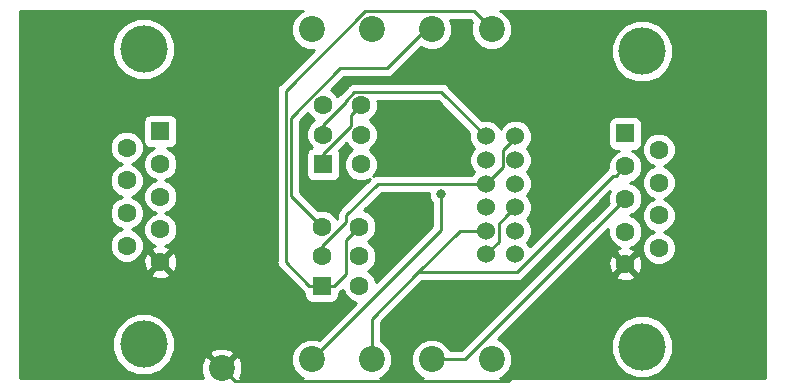
<source format=gbr>
G04 #@! TF.GenerationSoftware,KiCad,Pcbnew,(5.0.1)-rc2*
G04 #@! TF.CreationDate,2019-06-29T00:56:30-07:00*
G04 #@! TF.ProjectId,DB9_Switcher,4442395F53776974636865722E6B6963,rev?*
G04 #@! TF.SameCoordinates,Original*
G04 #@! TF.FileFunction,Copper,L2,Bot,Signal*
G04 #@! TF.FilePolarity,Positive*
%FSLAX46Y46*%
G04 Gerber Fmt 4.6, Leading zero omitted, Abs format (unit mm)*
G04 Created by KiCad (PCBNEW (5.0.1)-rc2) date 6/29/2019 12:56:30 AM*
%MOMM*%
%LPD*%
G01*
G04 APERTURE LIST*
G04 #@! TA.AperFunction,ComponentPad*
%ADD10R,1.600000X1.600000*%
G04 #@! TD*
G04 #@! TA.AperFunction,ComponentPad*
%ADD11C,1.600000*%
G04 #@! TD*
G04 #@! TA.AperFunction,ComponentPad*
%ADD12C,4.000000*%
G04 #@! TD*
G04 #@! TA.AperFunction,ComponentPad*
%ADD13C,1.524000*%
G04 #@! TD*
G04 #@! TA.AperFunction,ComponentPad*
%ADD14C,2.200000*%
G04 #@! TD*
G04 #@! TA.AperFunction,ViaPad*
%ADD15C,0.800000*%
G04 #@! TD*
G04 #@! TA.AperFunction,Conductor*
%ADD16C,0.250000*%
G04 #@! TD*
G04 #@! TA.AperFunction,Conductor*
%ADD17C,0.254000*%
G04 #@! TD*
G04 APERTURE END LIST*
D10*
G04 #@! TO.P,J2,1*
G04 #@! TO.N,Net-(J2-Pad1)*
X165481000Y-75882500D03*
D11*
G04 #@! TO.P,J2,2*
G04 #@! TO.N,Net-(J2-Pad2)*
X165481000Y-78652500D03*
G04 #@! TO.P,J2,3*
G04 #@! TO.N,Net-(J2-Pad3)*
X165481000Y-81422500D03*
G04 #@! TO.P,J2,4*
G04 #@! TO.N,Net-(J2-Pad4)*
X165481000Y-84192500D03*
G04 #@! TO.P,J2,5*
G04 #@! TO.N,GND*
X165481000Y-86962500D03*
G04 #@! TO.P,J2,6*
G04 #@! TO.N,Net-(J2-Pad6)*
X168321000Y-77267500D03*
G04 #@! TO.P,J2,7*
G04 #@! TO.N,Net-(J2-Pad7)*
X168321000Y-80037500D03*
G04 #@! TO.P,J2,8*
G04 #@! TO.N,Net-(J2-Pad8)*
X168321000Y-82807500D03*
G04 #@! TO.P,J2,9*
G04 #@! TO.N,Net-(J2-Pad9)*
X168321000Y-85577500D03*
D12*
G04 #@! TO.P,J2,0*
G04 #@! TO.N,N/C*
X166901000Y-93922500D03*
X166901000Y-68922500D03*
G04 #@! TD*
D10*
G04 #@! TO.P,J1,1*
G04 #@! TO.N,/1*
X126111000Y-75692000D03*
D11*
G04 #@! TO.P,J1,2*
G04 #@! TO.N,/2*
X126111000Y-78462000D03*
G04 #@! TO.P,J1,3*
G04 #@! TO.N,/3*
X126111000Y-81232000D03*
G04 #@! TO.P,J1,4*
G04 #@! TO.N,/4*
X126111000Y-84002000D03*
G04 #@! TO.P,J1,5*
G04 #@! TO.N,GND*
X126111000Y-86772000D03*
G04 #@! TO.P,J1,6*
G04 #@! TO.N,Net-(J1-Pad6)*
X123271000Y-77077000D03*
G04 #@! TO.P,J1,7*
G04 #@! TO.N,Net-(J1-Pad7)*
X123271000Y-79847000D03*
G04 #@! TO.P,J1,8*
G04 #@! TO.N,Net-(J1-Pad8)*
X123271000Y-82617000D03*
G04 #@! TO.P,J1,9*
G04 #@! TO.N,Net-(J1-Pad9)*
X123271000Y-85387000D03*
D12*
G04 #@! TO.P,J1,0*
G04 #@! TO.N,N/C*
X124691000Y-68732000D03*
X124691000Y-93732000D03*
G04 #@! TD*
D10*
G04 #@! TO.P,SW1,1*
G04 #@! TO.N,/2*
X139890500Y-78486000D03*
D11*
G04 #@! TO.P,SW1,2*
G04 #@! TO.N,/A_int*
X139890500Y-75986000D03*
G04 #@! TO.P,SW1,3*
G04 #@! TO.N,/1*
X139890500Y-73486000D03*
G04 #@! TO.P,SW1,4*
X143090500Y-78486000D03*
G04 #@! TO.P,SW1,5*
G04 #@! TO.N,/B_int*
X143090500Y-75986000D03*
G04 #@! TO.P,SW1,6*
G04 #@! TO.N,/2*
X143090500Y-73486000D03*
G04 #@! TD*
G04 #@! TO.P,SW2,6*
G04 #@! TO.N,/4*
X142963500Y-83773000D03*
G04 #@! TO.P,SW2,5*
G04 #@! TO.N,/D_int*
X142963500Y-86273000D03*
G04 #@! TO.P,SW2,4*
G04 #@! TO.N,/3*
X142963500Y-88773000D03*
G04 #@! TO.P,SW2,3*
X139763500Y-83773000D03*
G04 #@! TO.P,SW2,2*
G04 #@! TO.N,/C_int*
X139763500Y-86273000D03*
D10*
G04 #@! TO.P,SW2,1*
G04 #@! TO.N,/4*
X139763500Y-88773000D03*
G04 #@! TD*
D13*
G04 #@! TO.P,U1,1*
G04 #@! TO.N,/A_int*
X153670000Y-76128500D03*
G04 #@! TO.P,U1,2*
G04 #@! TO.N,Net-(J2-Pad1)*
X153670000Y-78128500D03*
G04 #@! TO.P,U1,3*
G04 #@! TO.N,/C_int*
X153670000Y-80128500D03*
G04 #@! TO.P,U1,4*
G04 #@! TO.N,/B_int*
X153670000Y-82128500D03*
G04 #@! TO.P,U1,5*
G04 #@! TO.N,Net-(J2-Pad2)*
X153670000Y-84128500D03*
G04 #@! TO.P,U1,6*
G04 #@! TO.N,/D_int*
X153670000Y-86128500D03*
G04 #@! TO.P,U1,7*
G04 #@! TO.N,/C_int*
X156170000Y-76128500D03*
G04 #@! TO.P,U1,8*
G04 #@! TO.N,Net-(J2-Pad3)*
X156170000Y-78128500D03*
G04 #@! TO.P,U1,9*
G04 #@! TO.N,/A_int*
X156170000Y-80128500D03*
G04 #@! TO.P,U1,10*
G04 #@! TO.N,/D_int*
X156170000Y-82128500D03*
G04 #@! TO.P,U1,11*
G04 #@! TO.N,Net-(J2-Pad4)*
X156170000Y-84128500D03*
G04 #@! TO.P,U1,12*
G04 #@! TO.N,/B_int*
X156170000Y-86128500D03*
G04 #@! TD*
D14*
G04 #@! TO.P,GND,1*
G04 #@! TO.N,GND*
X131318000Y-95758000D03*
G04 #@! TD*
G04 #@! TO.P,IN 1,1*
G04 #@! TO.N,/1*
X138938000Y-67056000D03*
G04 #@! TD*
G04 #@! TO.P,IN 2,1*
G04 #@! TO.N,/2*
X144018000Y-67056000D03*
G04 #@! TD*
G04 #@! TO.P,IN 3,1*
G04 #@! TO.N,/3*
X149098000Y-67056000D03*
G04 #@! TD*
G04 #@! TO.P,IN 4,1*
G04 #@! TO.N,/4*
X154178000Y-67056000D03*
G04 #@! TD*
G04 #@! TO.P,OUT 1,1*
G04 #@! TO.N,Net-(J2-Pad1)*
X138938000Y-94996000D03*
G04 #@! TD*
G04 #@! TO.P,OUT 2,1*
G04 #@! TO.N,Net-(J2-Pad2)*
X144018000Y-94996000D03*
G04 #@! TD*
G04 #@! TO.P,OUT 3,1*
G04 #@! TO.N,Net-(J2-Pad3)*
X149098000Y-94996000D03*
G04 #@! TD*
G04 #@! TO.P,OUT 4,1*
G04 #@! TO.N,Net-(J2-Pad4)*
X154178000Y-94996000D03*
G04 #@! TD*
D15*
G04 #@! TO.N,GND*
X161290000Y-67310000D03*
X152400000Y-71755000D03*
X132080000Y-71120000D03*
X119380000Y-71120000D03*
X119380000Y-78740000D03*
X119380000Y-86360000D03*
X119380000Y-91440000D03*
X172720000Y-71120000D03*
X172720000Y-86360000D03*
X172720000Y-78740000D03*
X172720000Y-91440000D03*
X147320000Y-76200000D03*
X147320000Y-83820000D03*
X134620000Y-91440000D03*
X149860000Y-91440000D03*
X159385000Y-94615000D03*
X139700000Y-81280000D03*
X130175000Y-76200000D03*
X130175000Y-80010000D03*
X130175000Y-86360000D03*
X159385000Y-76835000D03*
X159385000Y-81915000D03*
X159385000Y-90170000D03*
G04 #@! TO.N,Net-(J2-Pad1)*
X149860000Y-81026000D03*
G04 #@! TD*
D16*
G04 #@! TO.N,/2*
X142290501Y-74285999D02*
X143090500Y-73486000D01*
X142240000Y-74336500D02*
X142290501Y-74285999D01*
X142240000Y-75247500D02*
X142240000Y-74336500D01*
X139890500Y-77597000D02*
X142240000Y-75247500D01*
X139890500Y-78486000D02*
X139890500Y-77597000D01*
G04 #@! TO.N,/3*
X149098000Y-66548000D02*
X145288000Y-70358000D01*
X141353498Y-70358000D02*
X137160000Y-74551498D01*
X145288000Y-70358000D02*
X141353498Y-70358000D01*
X137160000Y-81169500D02*
X139763500Y-83773000D01*
X137160000Y-74551498D02*
X137160000Y-81169500D01*
G04 #@! TO.N,/4*
X140813500Y-88773000D02*
X139763500Y-88773000D01*
X141838499Y-87748001D02*
X140813500Y-88773000D01*
X141838499Y-84898001D02*
X141838499Y-87748001D01*
X142963500Y-83773000D02*
X141838499Y-84898001D01*
X138713500Y-88773000D02*
X139763500Y-88773000D01*
X136709990Y-86769490D02*
X138713500Y-88773000D01*
X136709990Y-72255008D02*
X136709990Y-86769490D01*
X143432998Y-65532000D02*
X136709990Y-72255008D01*
X152654000Y-65532000D02*
X143432998Y-65532000D01*
X154178000Y-67056000D02*
X152654000Y-65532000D01*
G04 #@! TO.N,GND*
X164681001Y-87762499D02*
X165481000Y-86962500D01*
X155585501Y-96857999D02*
X164681001Y-87762499D01*
X132417999Y-96857999D02*
X155585501Y-96857999D01*
X131318000Y-95758000D02*
X132417999Y-96857999D01*
G04 #@! TO.N,Net-(J2-Pad1)*
X149860000Y-84074000D02*
X149860000Y-81026000D01*
X138938000Y-94996000D02*
X149860000Y-84074000D01*
G04 #@! TO.N,Net-(J2-Pad2)*
X144018000Y-94996000D02*
X144018000Y-91567000D01*
X151456500Y-84128500D02*
X153670000Y-84128500D01*
X156277262Y-87630000D02*
X147955000Y-87630000D01*
X164454763Y-79452499D02*
X156277262Y-87630000D01*
X164681001Y-79452499D02*
X164454763Y-79452499D01*
X165481000Y-78652500D02*
X164681001Y-79452499D01*
X144018000Y-91567000D02*
X147955000Y-87630000D01*
X147955000Y-87630000D02*
X151456500Y-84128500D01*
G04 #@! TO.N,Net-(J2-Pad3)*
X151907500Y-94996000D02*
X165481000Y-81422500D01*
X149098000Y-94996000D02*
X151907500Y-94996000D01*
G04 #@! TO.N,Net-(J2-Pad4)*
X165417000Y-84128500D02*
X165481000Y-84192500D01*
G04 #@! TO.N,/A_int*
X139890500Y-75151002D02*
X139890500Y-75986000D01*
X141795500Y-73246002D02*
X139890500Y-75151002D01*
X141795500Y-73115998D02*
X141795500Y-73246002D01*
X142550499Y-72360999D02*
X141795500Y-73115998D01*
X153670000Y-76128500D02*
X149902499Y-72360999D01*
X149902499Y-72360999D02*
X142550499Y-72360999D01*
G04 #@! TO.N,/D_int*
X155408001Y-82890499D02*
X156170000Y-82128500D01*
X154757001Y-83541499D02*
X155408001Y-82890499D01*
X154757001Y-85041499D02*
X154757001Y-83541499D01*
X153670000Y-86128500D02*
X154757001Y-85041499D01*
G04 #@! TO.N,/C_int*
X141838499Y-83363003D02*
X141838499Y-82824501D01*
X139763500Y-86273000D02*
X139763500Y-85438002D01*
X139763500Y-85438002D02*
X141838499Y-83363003D01*
X144534500Y-80128500D02*
X152146000Y-80128500D01*
X141838499Y-82824501D02*
X144534500Y-80128500D01*
X152146000Y-80128500D02*
X153670000Y-80128500D01*
X156170000Y-76240000D02*
X156170000Y-76128500D01*
X155082999Y-77327001D02*
X156170000Y-76240000D01*
X155082999Y-78715501D02*
X155082999Y-77327001D01*
X153670000Y-80128500D02*
X155082999Y-78715501D01*
G04 #@! TD*
D17*
G04 #@! TO.N,GND*
G36*
X177344001Y-96572000D02*
X154906973Y-96572000D01*
X155160799Y-96466862D01*
X155648862Y-95978799D01*
X155913000Y-95341113D01*
X155913000Y-94650887D01*
X155648862Y-94013201D01*
X155160799Y-93525138D01*
X154854745Y-93398366D01*
X164266000Y-93398366D01*
X164266000Y-94446634D01*
X164667155Y-95415108D01*
X165408392Y-96156345D01*
X166376866Y-96557500D01*
X167425134Y-96557500D01*
X168393608Y-96156345D01*
X169134845Y-95415108D01*
X169536000Y-94446634D01*
X169536000Y-93398366D01*
X169134845Y-92429892D01*
X168393608Y-91688655D01*
X167425134Y-91287500D01*
X166376866Y-91287500D01*
X165408392Y-91688655D01*
X164667155Y-92429892D01*
X164266000Y-93398366D01*
X154854745Y-93398366D01*
X154660425Y-93317876D01*
X160008056Y-87970245D01*
X164652861Y-87970245D01*
X164726995Y-88216364D01*
X165264223Y-88409465D01*
X165834454Y-88382278D01*
X166235005Y-88216364D01*
X166309139Y-87970245D01*
X165481000Y-87142105D01*
X164652861Y-87970245D01*
X160008056Y-87970245D01*
X161232578Y-86745723D01*
X164034035Y-86745723D01*
X164061222Y-87315954D01*
X164227136Y-87716505D01*
X164473255Y-87790639D01*
X165301395Y-86962500D01*
X165660605Y-86962500D01*
X166488745Y-87790639D01*
X166734864Y-87716505D01*
X166927965Y-87179277D01*
X166900778Y-86609046D01*
X166734864Y-86208495D01*
X166488745Y-86134361D01*
X165660605Y-86962500D01*
X165301395Y-86962500D01*
X164473255Y-86134361D01*
X164227136Y-86208495D01*
X164034035Y-86745723D01*
X161232578Y-86745723D01*
X164046000Y-83932302D01*
X164046000Y-84477939D01*
X164264466Y-85005362D01*
X164668138Y-85409034D01*
X165059218Y-85571025D01*
X164726995Y-85708636D01*
X164652861Y-85954755D01*
X165481000Y-86782895D01*
X166309139Y-85954755D01*
X166235005Y-85708636D01*
X165879261Y-85580768D01*
X166293862Y-85409034D01*
X166697534Y-85005362D01*
X166916000Y-84477939D01*
X166916000Y-83907061D01*
X166697534Y-83379638D01*
X166293862Y-82975966D01*
X165887150Y-82807500D01*
X166293862Y-82639034D01*
X166697534Y-82235362D01*
X166916000Y-81707939D01*
X166916000Y-81137061D01*
X166697534Y-80609638D01*
X166293862Y-80205966D01*
X165887150Y-80037500D01*
X166293862Y-79869034D01*
X166697534Y-79465362D01*
X166916000Y-78937939D01*
X166916000Y-78367061D01*
X166697534Y-77839638D01*
X166293862Y-77435966D01*
X166037893Y-77329940D01*
X166281000Y-77329940D01*
X166528765Y-77280657D01*
X166738809Y-77140309D01*
X166844547Y-76982061D01*
X166886000Y-76982061D01*
X166886000Y-77552939D01*
X167104466Y-78080362D01*
X167508138Y-78484034D01*
X167914850Y-78652500D01*
X167508138Y-78820966D01*
X167104466Y-79224638D01*
X166886000Y-79752061D01*
X166886000Y-80322939D01*
X167104466Y-80850362D01*
X167508138Y-81254034D01*
X167914850Y-81422500D01*
X167508138Y-81590966D01*
X167104466Y-81994638D01*
X166886000Y-82522061D01*
X166886000Y-83092939D01*
X167104466Y-83620362D01*
X167508138Y-84024034D01*
X167914850Y-84192500D01*
X167508138Y-84360966D01*
X167104466Y-84764638D01*
X166886000Y-85292061D01*
X166886000Y-85862939D01*
X167104466Y-86390362D01*
X167508138Y-86794034D01*
X168035561Y-87012500D01*
X168606439Y-87012500D01*
X169133862Y-86794034D01*
X169537534Y-86390362D01*
X169756000Y-85862939D01*
X169756000Y-85292061D01*
X169537534Y-84764638D01*
X169133862Y-84360966D01*
X168727150Y-84192500D01*
X169133862Y-84024034D01*
X169537534Y-83620362D01*
X169756000Y-83092939D01*
X169756000Y-82522061D01*
X169537534Y-81994638D01*
X169133862Y-81590966D01*
X168727150Y-81422500D01*
X169133862Y-81254034D01*
X169537534Y-80850362D01*
X169756000Y-80322939D01*
X169756000Y-79752061D01*
X169537534Y-79224638D01*
X169133862Y-78820966D01*
X168727150Y-78652500D01*
X169133862Y-78484034D01*
X169537534Y-78080362D01*
X169756000Y-77552939D01*
X169756000Y-76982061D01*
X169537534Y-76454638D01*
X169133862Y-76050966D01*
X168606439Y-75832500D01*
X168035561Y-75832500D01*
X167508138Y-76050966D01*
X167104466Y-76454638D01*
X166886000Y-76982061D01*
X166844547Y-76982061D01*
X166879157Y-76930265D01*
X166928440Y-76682500D01*
X166928440Y-75082500D01*
X166879157Y-74834735D01*
X166738809Y-74624691D01*
X166528765Y-74484343D01*
X166281000Y-74435060D01*
X164681000Y-74435060D01*
X164433235Y-74484343D01*
X164223191Y-74624691D01*
X164082843Y-74834735D01*
X164033560Y-75082500D01*
X164033560Y-76682500D01*
X164082843Y-76930265D01*
X164223191Y-77140309D01*
X164433235Y-77280657D01*
X164681000Y-77329940D01*
X164924107Y-77329940D01*
X164668138Y-77435966D01*
X164264466Y-77839638D01*
X164046000Y-78367061D01*
X164046000Y-78811582D01*
X164031956Y-78820966D01*
X163906834Y-78904570D01*
X163864434Y-78968026D01*
X157395611Y-85436849D01*
X157354320Y-85337163D01*
X157145657Y-85128500D01*
X157354320Y-84919837D01*
X157567000Y-84406381D01*
X157567000Y-83850619D01*
X157354320Y-83337163D01*
X157145657Y-83128500D01*
X157354320Y-82919837D01*
X157567000Y-82406381D01*
X157567000Y-81850619D01*
X157354320Y-81337163D01*
X157145657Y-81128500D01*
X157354320Y-80919837D01*
X157567000Y-80406381D01*
X157567000Y-79850619D01*
X157354320Y-79337163D01*
X157145657Y-79128500D01*
X157354320Y-78919837D01*
X157567000Y-78406381D01*
X157567000Y-77850619D01*
X157354320Y-77337163D01*
X157145657Y-77128500D01*
X157354320Y-76919837D01*
X157567000Y-76406381D01*
X157567000Y-75850619D01*
X157354320Y-75337163D01*
X156961337Y-74944180D01*
X156447881Y-74731500D01*
X155892119Y-74731500D01*
X155378663Y-74944180D01*
X154985680Y-75337163D01*
X154920000Y-75495729D01*
X154854320Y-75337163D01*
X154461337Y-74944180D01*
X153947881Y-74731500D01*
X153392119Y-74731500D01*
X153360782Y-74744480D01*
X150492830Y-71876529D01*
X150450428Y-71813070D01*
X150199036Y-71645095D01*
X149977351Y-71600999D01*
X149977346Y-71600999D01*
X149902499Y-71586111D01*
X149827652Y-71600999D01*
X142625347Y-71600999D01*
X142550499Y-71586111D01*
X142475651Y-71600999D01*
X142475647Y-71600999D01*
X142302104Y-71635519D01*
X142253961Y-71645095D01*
X142066917Y-71770075D01*
X142002570Y-71813070D01*
X141960170Y-71876526D01*
X141311030Y-72525667D01*
X141247571Y-72568069D01*
X141133949Y-72738117D01*
X141107034Y-72673138D01*
X140703362Y-72269466D01*
X140571467Y-72214833D01*
X141668300Y-71118000D01*
X145213153Y-71118000D01*
X145288000Y-71132888D01*
X145362847Y-71118000D01*
X145362852Y-71118000D01*
X145584537Y-71073904D01*
X145835929Y-70905929D01*
X145878331Y-70842470D01*
X148170878Y-68549924D01*
X148752887Y-68791000D01*
X149443113Y-68791000D01*
X150080799Y-68526862D01*
X150568862Y-68038799D01*
X150833000Y-67401113D01*
X150833000Y-66710887D01*
X150659491Y-66292000D01*
X152339199Y-66292000D01*
X152535286Y-66488088D01*
X152443000Y-66710887D01*
X152443000Y-67401113D01*
X152707138Y-68038799D01*
X153195201Y-68526862D01*
X153832887Y-68791000D01*
X154523113Y-68791000D01*
X155160799Y-68526862D01*
X155289295Y-68398366D01*
X164266000Y-68398366D01*
X164266000Y-69446634D01*
X164667155Y-70415108D01*
X165408392Y-71156345D01*
X166376866Y-71557500D01*
X167425134Y-71557500D01*
X168393608Y-71156345D01*
X169134845Y-70415108D01*
X169536000Y-69446634D01*
X169536000Y-68398366D01*
X169134845Y-67429892D01*
X168393608Y-66688655D01*
X167425134Y-66287500D01*
X166376866Y-66287500D01*
X165408392Y-66688655D01*
X164667155Y-67429892D01*
X164266000Y-68398366D01*
X155289295Y-68398366D01*
X155648862Y-68038799D01*
X155913000Y-67401113D01*
X155913000Y-66710887D01*
X155648862Y-66073201D01*
X155160799Y-65585138D01*
X154906973Y-65480000D01*
X177344000Y-65480000D01*
X177344001Y-96572000D01*
X177344001Y-96572000D01*
G37*
X177344001Y-96572000D02*
X154906973Y-96572000D01*
X155160799Y-96466862D01*
X155648862Y-95978799D01*
X155913000Y-95341113D01*
X155913000Y-94650887D01*
X155648862Y-94013201D01*
X155160799Y-93525138D01*
X154854745Y-93398366D01*
X164266000Y-93398366D01*
X164266000Y-94446634D01*
X164667155Y-95415108D01*
X165408392Y-96156345D01*
X166376866Y-96557500D01*
X167425134Y-96557500D01*
X168393608Y-96156345D01*
X169134845Y-95415108D01*
X169536000Y-94446634D01*
X169536000Y-93398366D01*
X169134845Y-92429892D01*
X168393608Y-91688655D01*
X167425134Y-91287500D01*
X166376866Y-91287500D01*
X165408392Y-91688655D01*
X164667155Y-92429892D01*
X164266000Y-93398366D01*
X154854745Y-93398366D01*
X154660425Y-93317876D01*
X160008056Y-87970245D01*
X164652861Y-87970245D01*
X164726995Y-88216364D01*
X165264223Y-88409465D01*
X165834454Y-88382278D01*
X166235005Y-88216364D01*
X166309139Y-87970245D01*
X165481000Y-87142105D01*
X164652861Y-87970245D01*
X160008056Y-87970245D01*
X161232578Y-86745723D01*
X164034035Y-86745723D01*
X164061222Y-87315954D01*
X164227136Y-87716505D01*
X164473255Y-87790639D01*
X165301395Y-86962500D01*
X165660605Y-86962500D01*
X166488745Y-87790639D01*
X166734864Y-87716505D01*
X166927965Y-87179277D01*
X166900778Y-86609046D01*
X166734864Y-86208495D01*
X166488745Y-86134361D01*
X165660605Y-86962500D01*
X165301395Y-86962500D01*
X164473255Y-86134361D01*
X164227136Y-86208495D01*
X164034035Y-86745723D01*
X161232578Y-86745723D01*
X164046000Y-83932302D01*
X164046000Y-84477939D01*
X164264466Y-85005362D01*
X164668138Y-85409034D01*
X165059218Y-85571025D01*
X164726995Y-85708636D01*
X164652861Y-85954755D01*
X165481000Y-86782895D01*
X166309139Y-85954755D01*
X166235005Y-85708636D01*
X165879261Y-85580768D01*
X166293862Y-85409034D01*
X166697534Y-85005362D01*
X166916000Y-84477939D01*
X166916000Y-83907061D01*
X166697534Y-83379638D01*
X166293862Y-82975966D01*
X165887150Y-82807500D01*
X166293862Y-82639034D01*
X166697534Y-82235362D01*
X166916000Y-81707939D01*
X166916000Y-81137061D01*
X166697534Y-80609638D01*
X166293862Y-80205966D01*
X165887150Y-80037500D01*
X166293862Y-79869034D01*
X166697534Y-79465362D01*
X166916000Y-78937939D01*
X166916000Y-78367061D01*
X166697534Y-77839638D01*
X166293862Y-77435966D01*
X166037893Y-77329940D01*
X166281000Y-77329940D01*
X166528765Y-77280657D01*
X166738809Y-77140309D01*
X166844547Y-76982061D01*
X166886000Y-76982061D01*
X166886000Y-77552939D01*
X167104466Y-78080362D01*
X167508138Y-78484034D01*
X167914850Y-78652500D01*
X167508138Y-78820966D01*
X167104466Y-79224638D01*
X166886000Y-79752061D01*
X166886000Y-80322939D01*
X167104466Y-80850362D01*
X167508138Y-81254034D01*
X167914850Y-81422500D01*
X167508138Y-81590966D01*
X167104466Y-81994638D01*
X166886000Y-82522061D01*
X166886000Y-83092939D01*
X167104466Y-83620362D01*
X167508138Y-84024034D01*
X167914850Y-84192500D01*
X167508138Y-84360966D01*
X167104466Y-84764638D01*
X166886000Y-85292061D01*
X166886000Y-85862939D01*
X167104466Y-86390362D01*
X167508138Y-86794034D01*
X168035561Y-87012500D01*
X168606439Y-87012500D01*
X169133862Y-86794034D01*
X169537534Y-86390362D01*
X169756000Y-85862939D01*
X169756000Y-85292061D01*
X169537534Y-84764638D01*
X169133862Y-84360966D01*
X168727150Y-84192500D01*
X169133862Y-84024034D01*
X169537534Y-83620362D01*
X169756000Y-83092939D01*
X169756000Y-82522061D01*
X169537534Y-81994638D01*
X169133862Y-81590966D01*
X168727150Y-81422500D01*
X169133862Y-81254034D01*
X169537534Y-80850362D01*
X169756000Y-80322939D01*
X169756000Y-79752061D01*
X169537534Y-79224638D01*
X169133862Y-78820966D01*
X168727150Y-78652500D01*
X169133862Y-78484034D01*
X169537534Y-78080362D01*
X169756000Y-77552939D01*
X169756000Y-76982061D01*
X169537534Y-76454638D01*
X169133862Y-76050966D01*
X168606439Y-75832500D01*
X168035561Y-75832500D01*
X167508138Y-76050966D01*
X167104466Y-76454638D01*
X166886000Y-76982061D01*
X166844547Y-76982061D01*
X166879157Y-76930265D01*
X166928440Y-76682500D01*
X166928440Y-75082500D01*
X166879157Y-74834735D01*
X166738809Y-74624691D01*
X166528765Y-74484343D01*
X166281000Y-74435060D01*
X164681000Y-74435060D01*
X164433235Y-74484343D01*
X164223191Y-74624691D01*
X164082843Y-74834735D01*
X164033560Y-75082500D01*
X164033560Y-76682500D01*
X164082843Y-76930265D01*
X164223191Y-77140309D01*
X164433235Y-77280657D01*
X164681000Y-77329940D01*
X164924107Y-77329940D01*
X164668138Y-77435966D01*
X164264466Y-77839638D01*
X164046000Y-78367061D01*
X164046000Y-78811582D01*
X164031956Y-78820966D01*
X163906834Y-78904570D01*
X163864434Y-78968026D01*
X157395611Y-85436849D01*
X157354320Y-85337163D01*
X157145657Y-85128500D01*
X157354320Y-84919837D01*
X157567000Y-84406381D01*
X157567000Y-83850619D01*
X157354320Y-83337163D01*
X157145657Y-83128500D01*
X157354320Y-82919837D01*
X157567000Y-82406381D01*
X157567000Y-81850619D01*
X157354320Y-81337163D01*
X157145657Y-81128500D01*
X157354320Y-80919837D01*
X157567000Y-80406381D01*
X157567000Y-79850619D01*
X157354320Y-79337163D01*
X157145657Y-79128500D01*
X157354320Y-78919837D01*
X157567000Y-78406381D01*
X157567000Y-77850619D01*
X157354320Y-77337163D01*
X157145657Y-77128500D01*
X157354320Y-76919837D01*
X157567000Y-76406381D01*
X157567000Y-75850619D01*
X157354320Y-75337163D01*
X156961337Y-74944180D01*
X156447881Y-74731500D01*
X155892119Y-74731500D01*
X155378663Y-74944180D01*
X154985680Y-75337163D01*
X154920000Y-75495729D01*
X154854320Y-75337163D01*
X154461337Y-74944180D01*
X153947881Y-74731500D01*
X153392119Y-74731500D01*
X153360782Y-74744480D01*
X150492830Y-71876529D01*
X150450428Y-71813070D01*
X150199036Y-71645095D01*
X149977351Y-71600999D01*
X149977346Y-71600999D01*
X149902499Y-71586111D01*
X149827652Y-71600999D01*
X142625347Y-71600999D01*
X142550499Y-71586111D01*
X142475651Y-71600999D01*
X142475647Y-71600999D01*
X142302104Y-71635519D01*
X142253961Y-71645095D01*
X142066917Y-71770075D01*
X142002570Y-71813070D01*
X141960170Y-71876526D01*
X141311030Y-72525667D01*
X141247571Y-72568069D01*
X141133949Y-72738117D01*
X141107034Y-72673138D01*
X140703362Y-72269466D01*
X140571467Y-72214833D01*
X141668300Y-71118000D01*
X145213153Y-71118000D01*
X145288000Y-71132888D01*
X145362847Y-71118000D01*
X145362852Y-71118000D01*
X145584537Y-71073904D01*
X145835929Y-70905929D01*
X145878331Y-70842470D01*
X148170878Y-68549924D01*
X148752887Y-68791000D01*
X149443113Y-68791000D01*
X150080799Y-68526862D01*
X150568862Y-68038799D01*
X150833000Y-67401113D01*
X150833000Y-66710887D01*
X150659491Y-66292000D01*
X152339199Y-66292000D01*
X152535286Y-66488088D01*
X152443000Y-66710887D01*
X152443000Y-67401113D01*
X152707138Y-68038799D01*
X153195201Y-68526862D01*
X153832887Y-68791000D01*
X154523113Y-68791000D01*
X155160799Y-68526862D01*
X155289295Y-68398366D01*
X164266000Y-68398366D01*
X164266000Y-69446634D01*
X164667155Y-70415108D01*
X165408392Y-71156345D01*
X166376866Y-71557500D01*
X167425134Y-71557500D01*
X168393608Y-71156345D01*
X169134845Y-70415108D01*
X169536000Y-69446634D01*
X169536000Y-68398366D01*
X169134845Y-67429892D01*
X168393608Y-66688655D01*
X167425134Y-66287500D01*
X166376866Y-66287500D01*
X165408392Y-66688655D01*
X164667155Y-67429892D01*
X164266000Y-68398366D01*
X155289295Y-68398366D01*
X155648862Y-68038799D01*
X155913000Y-67401113D01*
X155913000Y-66710887D01*
X155648862Y-66073201D01*
X155160799Y-65585138D01*
X154906973Y-65480000D01*
X177344000Y-65480000D01*
X177344001Y-96572000D01*
G36*
X137955201Y-65585138D02*
X137467138Y-66073201D01*
X137203000Y-66710887D01*
X137203000Y-67401113D01*
X137467138Y-68038799D01*
X137955201Y-68526862D01*
X138592887Y-68791000D01*
X139099197Y-68791000D01*
X136225520Y-71664677D01*
X136162061Y-71707079D01*
X135994086Y-71958472D01*
X135949990Y-72180157D01*
X135949990Y-72180161D01*
X135935102Y-72255008D01*
X135949990Y-72329855D01*
X135949991Y-86694638D01*
X135935102Y-86769490D01*
X135949991Y-86844342D01*
X135994087Y-87066027D01*
X136162062Y-87317419D01*
X136225518Y-87359819D01*
X138123171Y-89257473D01*
X138165571Y-89320929D01*
X138316060Y-89421483D01*
X138316060Y-89573000D01*
X138365343Y-89820765D01*
X138505691Y-90030809D01*
X138715735Y-90171157D01*
X138963500Y-90220440D01*
X140563500Y-90220440D01*
X140811265Y-90171157D01*
X141021309Y-90030809D01*
X141161657Y-89820765D01*
X141210940Y-89573000D01*
X141210940Y-89421483D01*
X141361429Y-89320929D01*
X141403831Y-89257471D01*
X141550280Y-89111021D01*
X141746966Y-89585862D01*
X142150638Y-89989534D01*
X142659066Y-90200132D01*
X139505912Y-93353286D01*
X139283113Y-93261000D01*
X138592887Y-93261000D01*
X137955201Y-93525138D01*
X137467138Y-94013201D01*
X137203000Y-94650887D01*
X137203000Y-95341113D01*
X137467138Y-95978799D01*
X137955201Y-96466862D01*
X138209027Y-96572000D01*
X132865418Y-96572000D01*
X133063323Y-96046407D01*
X133040836Y-95356547D01*
X132820099Y-94823641D01*
X132542868Y-94712737D01*
X131497605Y-95758000D01*
X131511748Y-95772143D01*
X131332143Y-95951748D01*
X131318000Y-95937605D01*
X131303858Y-95951748D01*
X131124253Y-95772143D01*
X131138395Y-95758000D01*
X130093132Y-94712737D01*
X129815901Y-94823641D01*
X129572677Y-95469593D01*
X129595164Y-96159453D01*
X129766047Y-96572000D01*
X114248000Y-96572000D01*
X114248000Y-93207866D01*
X122056000Y-93207866D01*
X122056000Y-94256134D01*
X122457155Y-95224608D01*
X123198392Y-95965845D01*
X124166866Y-96367000D01*
X125215134Y-96367000D01*
X126183608Y-95965845D01*
X126924845Y-95224608D01*
X127211263Y-94533132D01*
X130272737Y-94533132D01*
X131318000Y-95578395D01*
X132363263Y-94533132D01*
X132252359Y-94255901D01*
X131606407Y-94012677D01*
X130916547Y-94035164D01*
X130383641Y-94255901D01*
X130272737Y-94533132D01*
X127211263Y-94533132D01*
X127326000Y-94256134D01*
X127326000Y-93207866D01*
X126924845Y-92239392D01*
X126183608Y-91498155D01*
X125215134Y-91097000D01*
X124166866Y-91097000D01*
X123198392Y-91498155D01*
X122457155Y-92239392D01*
X122056000Y-93207866D01*
X114248000Y-93207866D01*
X114248000Y-87779745D01*
X125282861Y-87779745D01*
X125356995Y-88025864D01*
X125894223Y-88218965D01*
X126464454Y-88191778D01*
X126865005Y-88025864D01*
X126939139Y-87779745D01*
X126111000Y-86951605D01*
X125282861Y-87779745D01*
X114248000Y-87779745D01*
X114248000Y-76791561D01*
X121836000Y-76791561D01*
X121836000Y-77362439D01*
X122054466Y-77889862D01*
X122458138Y-78293534D01*
X122864850Y-78462000D01*
X122458138Y-78630466D01*
X122054466Y-79034138D01*
X121836000Y-79561561D01*
X121836000Y-80132439D01*
X122054466Y-80659862D01*
X122458138Y-81063534D01*
X122864850Y-81232000D01*
X122458138Y-81400466D01*
X122054466Y-81804138D01*
X121836000Y-82331561D01*
X121836000Y-82902439D01*
X122054466Y-83429862D01*
X122458138Y-83833534D01*
X122864850Y-84002000D01*
X122458138Y-84170466D01*
X122054466Y-84574138D01*
X121836000Y-85101561D01*
X121836000Y-85672439D01*
X122054466Y-86199862D01*
X122458138Y-86603534D01*
X122985561Y-86822000D01*
X123556439Y-86822000D01*
X124083862Y-86603534D01*
X124132173Y-86555223D01*
X124664035Y-86555223D01*
X124691222Y-87125454D01*
X124857136Y-87526005D01*
X125103255Y-87600139D01*
X125931395Y-86772000D01*
X126290605Y-86772000D01*
X127118745Y-87600139D01*
X127364864Y-87526005D01*
X127557965Y-86988777D01*
X127530778Y-86418546D01*
X127364864Y-86017995D01*
X127118745Y-85943861D01*
X126290605Y-86772000D01*
X125931395Y-86772000D01*
X125103255Y-85943861D01*
X124857136Y-86017995D01*
X124664035Y-86555223D01*
X124132173Y-86555223D01*
X124487534Y-86199862D01*
X124706000Y-85672439D01*
X124706000Y-85101561D01*
X124487534Y-84574138D01*
X124083862Y-84170466D01*
X123677150Y-84002000D01*
X124083862Y-83833534D01*
X124487534Y-83429862D01*
X124706000Y-82902439D01*
X124706000Y-82331561D01*
X124487534Y-81804138D01*
X124083862Y-81400466D01*
X123677150Y-81232000D01*
X124083862Y-81063534D01*
X124487534Y-80659862D01*
X124706000Y-80132439D01*
X124706000Y-79561561D01*
X124487534Y-79034138D01*
X124083862Y-78630466D01*
X123677150Y-78462000D01*
X124083862Y-78293534D01*
X124487534Y-77889862D01*
X124706000Y-77362439D01*
X124706000Y-76791561D01*
X124487534Y-76264138D01*
X124083862Y-75860466D01*
X123556439Y-75642000D01*
X122985561Y-75642000D01*
X122458138Y-75860466D01*
X122054466Y-76264138D01*
X121836000Y-76791561D01*
X114248000Y-76791561D01*
X114248000Y-74892000D01*
X124663560Y-74892000D01*
X124663560Y-76492000D01*
X124712843Y-76739765D01*
X124853191Y-76949809D01*
X125063235Y-77090157D01*
X125311000Y-77139440D01*
X125554107Y-77139440D01*
X125298138Y-77245466D01*
X124894466Y-77649138D01*
X124676000Y-78176561D01*
X124676000Y-78747439D01*
X124894466Y-79274862D01*
X125298138Y-79678534D01*
X125704850Y-79847000D01*
X125298138Y-80015466D01*
X124894466Y-80419138D01*
X124676000Y-80946561D01*
X124676000Y-81517439D01*
X124894466Y-82044862D01*
X125298138Y-82448534D01*
X125704850Y-82617000D01*
X125298138Y-82785466D01*
X124894466Y-83189138D01*
X124676000Y-83716561D01*
X124676000Y-84287439D01*
X124894466Y-84814862D01*
X125298138Y-85218534D01*
X125689218Y-85380525D01*
X125356995Y-85518136D01*
X125282861Y-85764255D01*
X126111000Y-86592395D01*
X126939139Y-85764255D01*
X126865005Y-85518136D01*
X126509261Y-85390268D01*
X126923862Y-85218534D01*
X127327534Y-84814862D01*
X127546000Y-84287439D01*
X127546000Y-83716561D01*
X127327534Y-83189138D01*
X126923862Y-82785466D01*
X126517150Y-82617000D01*
X126923862Y-82448534D01*
X127327534Y-82044862D01*
X127546000Y-81517439D01*
X127546000Y-80946561D01*
X127327534Y-80419138D01*
X126923862Y-80015466D01*
X126517150Y-79847000D01*
X126923862Y-79678534D01*
X127327534Y-79274862D01*
X127546000Y-78747439D01*
X127546000Y-78176561D01*
X127327534Y-77649138D01*
X126923862Y-77245466D01*
X126667893Y-77139440D01*
X126911000Y-77139440D01*
X127158765Y-77090157D01*
X127368809Y-76949809D01*
X127509157Y-76739765D01*
X127558440Y-76492000D01*
X127558440Y-74892000D01*
X127509157Y-74644235D01*
X127368809Y-74434191D01*
X127158765Y-74293843D01*
X126911000Y-74244560D01*
X125311000Y-74244560D01*
X125063235Y-74293843D01*
X124853191Y-74434191D01*
X124712843Y-74644235D01*
X124663560Y-74892000D01*
X114248000Y-74892000D01*
X114248000Y-68207866D01*
X122056000Y-68207866D01*
X122056000Y-69256134D01*
X122457155Y-70224608D01*
X123198392Y-70965845D01*
X124166866Y-71367000D01*
X125215134Y-71367000D01*
X126183608Y-70965845D01*
X126924845Y-70224608D01*
X127326000Y-69256134D01*
X127326000Y-68207866D01*
X126924845Y-67239392D01*
X126183608Y-66498155D01*
X125215134Y-66097000D01*
X124166866Y-66097000D01*
X123198392Y-66498155D01*
X122457155Y-67239392D01*
X122056000Y-68207866D01*
X114248000Y-68207866D01*
X114248000Y-65480000D01*
X138209027Y-65480000D01*
X137955201Y-65585138D01*
X137955201Y-65585138D01*
G37*
X137955201Y-65585138D02*
X137467138Y-66073201D01*
X137203000Y-66710887D01*
X137203000Y-67401113D01*
X137467138Y-68038799D01*
X137955201Y-68526862D01*
X138592887Y-68791000D01*
X139099197Y-68791000D01*
X136225520Y-71664677D01*
X136162061Y-71707079D01*
X135994086Y-71958472D01*
X135949990Y-72180157D01*
X135949990Y-72180161D01*
X135935102Y-72255008D01*
X135949990Y-72329855D01*
X135949991Y-86694638D01*
X135935102Y-86769490D01*
X135949991Y-86844342D01*
X135994087Y-87066027D01*
X136162062Y-87317419D01*
X136225518Y-87359819D01*
X138123171Y-89257473D01*
X138165571Y-89320929D01*
X138316060Y-89421483D01*
X138316060Y-89573000D01*
X138365343Y-89820765D01*
X138505691Y-90030809D01*
X138715735Y-90171157D01*
X138963500Y-90220440D01*
X140563500Y-90220440D01*
X140811265Y-90171157D01*
X141021309Y-90030809D01*
X141161657Y-89820765D01*
X141210940Y-89573000D01*
X141210940Y-89421483D01*
X141361429Y-89320929D01*
X141403831Y-89257471D01*
X141550280Y-89111021D01*
X141746966Y-89585862D01*
X142150638Y-89989534D01*
X142659066Y-90200132D01*
X139505912Y-93353286D01*
X139283113Y-93261000D01*
X138592887Y-93261000D01*
X137955201Y-93525138D01*
X137467138Y-94013201D01*
X137203000Y-94650887D01*
X137203000Y-95341113D01*
X137467138Y-95978799D01*
X137955201Y-96466862D01*
X138209027Y-96572000D01*
X132865418Y-96572000D01*
X133063323Y-96046407D01*
X133040836Y-95356547D01*
X132820099Y-94823641D01*
X132542868Y-94712737D01*
X131497605Y-95758000D01*
X131511748Y-95772143D01*
X131332143Y-95951748D01*
X131318000Y-95937605D01*
X131303858Y-95951748D01*
X131124253Y-95772143D01*
X131138395Y-95758000D01*
X130093132Y-94712737D01*
X129815901Y-94823641D01*
X129572677Y-95469593D01*
X129595164Y-96159453D01*
X129766047Y-96572000D01*
X114248000Y-96572000D01*
X114248000Y-93207866D01*
X122056000Y-93207866D01*
X122056000Y-94256134D01*
X122457155Y-95224608D01*
X123198392Y-95965845D01*
X124166866Y-96367000D01*
X125215134Y-96367000D01*
X126183608Y-95965845D01*
X126924845Y-95224608D01*
X127211263Y-94533132D01*
X130272737Y-94533132D01*
X131318000Y-95578395D01*
X132363263Y-94533132D01*
X132252359Y-94255901D01*
X131606407Y-94012677D01*
X130916547Y-94035164D01*
X130383641Y-94255901D01*
X130272737Y-94533132D01*
X127211263Y-94533132D01*
X127326000Y-94256134D01*
X127326000Y-93207866D01*
X126924845Y-92239392D01*
X126183608Y-91498155D01*
X125215134Y-91097000D01*
X124166866Y-91097000D01*
X123198392Y-91498155D01*
X122457155Y-92239392D01*
X122056000Y-93207866D01*
X114248000Y-93207866D01*
X114248000Y-87779745D01*
X125282861Y-87779745D01*
X125356995Y-88025864D01*
X125894223Y-88218965D01*
X126464454Y-88191778D01*
X126865005Y-88025864D01*
X126939139Y-87779745D01*
X126111000Y-86951605D01*
X125282861Y-87779745D01*
X114248000Y-87779745D01*
X114248000Y-76791561D01*
X121836000Y-76791561D01*
X121836000Y-77362439D01*
X122054466Y-77889862D01*
X122458138Y-78293534D01*
X122864850Y-78462000D01*
X122458138Y-78630466D01*
X122054466Y-79034138D01*
X121836000Y-79561561D01*
X121836000Y-80132439D01*
X122054466Y-80659862D01*
X122458138Y-81063534D01*
X122864850Y-81232000D01*
X122458138Y-81400466D01*
X122054466Y-81804138D01*
X121836000Y-82331561D01*
X121836000Y-82902439D01*
X122054466Y-83429862D01*
X122458138Y-83833534D01*
X122864850Y-84002000D01*
X122458138Y-84170466D01*
X122054466Y-84574138D01*
X121836000Y-85101561D01*
X121836000Y-85672439D01*
X122054466Y-86199862D01*
X122458138Y-86603534D01*
X122985561Y-86822000D01*
X123556439Y-86822000D01*
X124083862Y-86603534D01*
X124132173Y-86555223D01*
X124664035Y-86555223D01*
X124691222Y-87125454D01*
X124857136Y-87526005D01*
X125103255Y-87600139D01*
X125931395Y-86772000D01*
X126290605Y-86772000D01*
X127118745Y-87600139D01*
X127364864Y-87526005D01*
X127557965Y-86988777D01*
X127530778Y-86418546D01*
X127364864Y-86017995D01*
X127118745Y-85943861D01*
X126290605Y-86772000D01*
X125931395Y-86772000D01*
X125103255Y-85943861D01*
X124857136Y-86017995D01*
X124664035Y-86555223D01*
X124132173Y-86555223D01*
X124487534Y-86199862D01*
X124706000Y-85672439D01*
X124706000Y-85101561D01*
X124487534Y-84574138D01*
X124083862Y-84170466D01*
X123677150Y-84002000D01*
X124083862Y-83833534D01*
X124487534Y-83429862D01*
X124706000Y-82902439D01*
X124706000Y-82331561D01*
X124487534Y-81804138D01*
X124083862Y-81400466D01*
X123677150Y-81232000D01*
X124083862Y-81063534D01*
X124487534Y-80659862D01*
X124706000Y-80132439D01*
X124706000Y-79561561D01*
X124487534Y-79034138D01*
X124083862Y-78630466D01*
X123677150Y-78462000D01*
X124083862Y-78293534D01*
X124487534Y-77889862D01*
X124706000Y-77362439D01*
X124706000Y-76791561D01*
X124487534Y-76264138D01*
X124083862Y-75860466D01*
X123556439Y-75642000D01*
X122985561Y-75642000D01*
X122458138Y-75860466D01*
X122054466Y-76264138D01*
X121836000Y-76791561D01*
X114248000Y-76791561D01*
X114248000Y-74892000D01*
X124663560Y-74892000D01*
X124663560Y-76492000D01*
X124712843Y-76739765D01*
X124853191Y-76949809D01*
X125063235Y-77090157D01*
X125311000Y-77139440D01*
X125554107Y-77139440D01*
X125298138Y-77245466D01*
X124894466Y-77649138D01*
X124676000Y-78176561D01*
X124676000Y-78747439D01*
X124894466Y-79274862D01*
X125298138Y-79678534D01*
X125704850Y-79847000D01*
X125298138Y-80015466D01*
X124894466Y-80419138D01*
X124676000Y-80946561D01*
X124676000Y-81517439D01*
X124894466Y-82044862D01*
X125298138Y-82448534D01*
X125704850Y-82617000D01*
X125298138Y-82785466D01*
X124894466Y-83189138D01*
X124676000Y-83716561D01*
X124676000Y-84287439D01*
X124894466Y-84814862D01*
X125298138Y-85218534D01*
X125689218Y-85380525D01*
X125356995Y-85518136D01*
X125282861Y-85764255D01*
X126111000Y-86592395D01*
X126939139Y-85764255D01*
X126865005Y-85518136D01*
X126509261Y-85390268D01*
X126923862Y-85218534D01*
X127327534Y-84814862D01*
X127546000Y-84287439D01*
X127546000Y-83716561D01*
X127327534Y-83189138D01*
X126923862Y-82785466D01*
X126517150Y-82617000D01*
X126923862Y-82448534D01*
X127327534Y-82044862D01*
X127546000Y-81517439D01*
X127546000Y-80946561D01*
X127327534Y-80419138D01*
X126923862Y-80015466D01*
X126517150Y-79847000D01*
X126923862Y-79678534D01*
X127327534Y-79274862D01*
X127546000Y-78747439D01*
X127546000Y-78176561D01*
X127327534Y-77649138D01*
X126923862Y-77245466D01*
X126667893Y-77139440D01*
X126911000Y-77139440D01*
X127158765Y-77090157D01*
X127368809Y-76949809D01*
X127509157Y-76739765D01*
X127558440Y-76492000D01*
X127558440Y-74892000D01*
X127509157Y-74644235D01*
X127368809Y-74434191D01*
X127158765Y-74293843D01*
X126911000Y-74244560D01*
X125311000Y-74244560D01*
X125063235Y-74293843D01*
X124853191Y-74434191D01*
X124712843Y-74644235D01*
X124663560Y-74892000D01*
X114248000Y-74892000D01*
X114248000Y-68207866D01*
X122056000Y-68207866D01*
X122056000Y-69256134D01*
X122457155Y-70224608D01*
X123198392Y-70965845D01*
X124166866Y-71367000D01*
X125215134Y-71367000D01*
X126183608Y-70965845D01*
X126924845Y-70224608D01*
X127326000Y-69256134D01*
X127326000Y-68207866D01*
X126924845Y-67239392D01*
X126183608Y-66498155D01*
X125215134Y-66097000D01*
X124166866Y-66097000D01*
X123198392Y-66498155D01*
X122457155Y-67239392D01*
X122056000Y-68207866D01*
X114248000Y-68207866D01*
X114248000Y-65480000D01*
X138209027Y-65480000D01*
X137955201Y-65585138D01*
G36*
X164046000Y-81137061D02*
X164046000Y-81707939D01*
X164067896Y-81760802D01*
X151592699Y-94236000D01*
X150661148Y-94236000D01*
X150568862Y-94013201D01*
X150080799Y-93525138D01*
X149443113Y-93261000D01*
X148752887Y-93261000D01*
X148115201Y-93525138D01*
X147627138Y-94013201D01*
X147363000Y-94650887D01*
X147363000Y-95341113D01*
X147627138Y-95978799D01*
X148115201Y-96466862D01*
X148369027Y-96572000D01*
X144746973Y-96572000D01*
X145000799Y-96466862D01*
X145488862Y-95978799D01*
X145753000Y-95341113D01*
X145753000Y-94650887D01*
X145488862Y-94013201D01*
X145000799Y-93525138D01*
X144778000Y-93432852D01*
X144778000Y-91881801D01*
X148269802Y-88390000D01*
X156202415Y-88390000D01*
X156277262Y-88404888D01*
X156352109Y-88390000D01*
X156352114Y-88390000D01*
X156573799Y-88345904D01*
X156825191Y-88177929D01*
X156867593Y-88114470D01*
X164188127Y-80793937D01*
X164046000Y-81137061D01*
X164046000Y-81137061D01*
G37*
X164046000Y-81137061D02*
X164046000Y-81707939D01*
X164067896Y-81760802D01*
X151592699Y-94236000D01*
X150661148Y-94236000D01*
X150568862Y-94013201D01*
X150080799Y-93525138D01*
X149443113Y-93261000D01*
X148752887Y-93261000D01*
X148115201Y-93525138D01*
X147627138Y-94013201D01*
X147363000Y-94650887D01*
X147363000Y-95341113D01*
X147627138Y-95978799D01*
X148115201Y-96466862D01*
X148369027Y-96572000D01*
X144746973Y-96572000D01*
X145000799Y-96466862D01*
X145488862Y-95978799D01*
X145753000Y-95341113D01*
X145753000Y-94650887D01*
X145488862Y-94013201D01*
X145000799Y-93525138D01*
X144778000Y-93432852D01*
X144778000Y-91881801D01*
X148269802Y-88390000D01*
X156202415Y-88390000D01*
X156277262Y-88404888D01*
X156352109Y-88390000D01*
X156352114Y-88390000D01*
X156573799Y-88345904D01*
X156825191Y-88177929D01*
X156867593Y-88114470D01*
X164188127Y-80793937D01*
X164046000Y-81137061D01*
G36*
X148825000Y-81231874D02*
X148982569Y-81612280D01*
X149100001Y-81729712D01*
X149100000Y-83759198D01*
X144390632Y-88468566D01*
X144180034Y-87960138D01*
X143776362Y-87556466D01*
X143695568Y-87523000D01*
X143776362Y-87489534D01*
X144180034Y-87085862D01*
X144398500Y-86558439D01*
X144398500Y-85987561D01*
X144180034Y-85460138D01*
X143776362Y-85056466D01*
X143695568Y-85023000D01*
X143776362Y-84989534D01*
X144180034Y-84585862D01*
X144398500Y-84058439D01*
X144398500Y-83487561D01*
X144180034Y-82960138D01*
X143776362Y-82556466D01*
X143355615Y-82382187D01*
X144849302Y-80888500D01*
X148825000Y-80888500D01*
X148825000Y-81231874D01*
X148825000Y-81231874D01*
G37*
X148825000Y-81231874D02*
X148982569Y-81612280D01*
X149100001Y-81729712D01*
X149100000Y-83759198D01*
X144390632Y-88468566D01*
X144180034Y-87960138D01*
X143776362Y-87556466D01*
X143695568Y-87523000D01*
X143776362Y-87489534D01*
X144180034Y-87085862D01*
X144398500Y-86558439D01*
X144398500Y-85987561D01*
X144180034Y-85460138D01*
X143776362Y-85056466D01*
X143695568Y-85023000D01*
X143776362Y-84989534D01*
X144180034Y-84585862D01*
X144398500Y-84058439D01*
X144398500Y-83487561D01*
X144180034Y-82960138D01*
X143776362Y-82556466D01*
X143355615Y-82382187D01*
X144849302Y-80888500D01*
X148825000Y-80888500D01*
X148825000Y-81231874D01*
G36*
X138673966Y-74298862D02*
X139077638Y-74702534D01*
X139158432Y-74736000D01*
X139077638Y-74769466D01*
X138673966Y-75173138D01*
X138455500Y-75700561D01*
X138455500Y-76271439D01*
X138673966Y-76798862D01*
X138943003Y-77067899D01*
X138842735Y-77087843D01*
X138632691Y-77228191D01*
X138492343Y-77438235D01*
X138443060Y-77686000D01*
X138443060Y-79286000D01*
X138492343Y-79533765D01*
X138632691Y-79743809D01*
X138842735Y-79884157D01*
X139090500Y-79933440D01*
X140690500Y-79933440D01*
X140938265Y-79884157D01*
X141148309Y-79743809D01*
X141288657Y-79533765D01*
X141337940Y-79286000D01*
X141337940Y-77686000D01*
X141288657Y-77438235D01*
X141222731Y-77339570D01*
X141841594Y-76720708D01*
X141873966Y-76798862D01*
X142277638Y-77202534D01*
X142358432Y-77236000D01*
X142277638Y-77269466D01*
X141873966Y-77673138D01*
X141655500Y-78200561D01*
X141655500Y-78771439D01*
X141873966Y-79298862D01*
X142277638Y-79702534D01*
X142805061Y-79921000D01*
X143375939Y-79921000D01*
X143873150Y-79715048D01*
X141354027Y-82234172D01*
X141290571Y-82276572D01*
X141122595Y-82527964D01*
X141078499Y-82749649D01*
X141078499Y-82749654D01*
X141063611Y-82824501D01*
X141078499Y-82899348D01*
X141078499Y-83048201D01*
X141034667Y-83092033D01*
X140980034Y-82960138D01*
X140576362Y-82556466D01*
X140048939Y-82338000D01*
X139478061Y-82338000D01*
X139425198Y-82359897D01*
X137920000Y-80854699D01*
X137920000Y-74866299D01*
X138619333Y-74166966D01*
X138673966Y-74298862D01*
X138673966Y-74298862D01*
G37*
X138673966Y-74298862D02*
X139077638Y-74702534D01*
X139158432Y-74736000D01*
X139077638Y-74769466D01*
X138673966Y-75173138D01*
X138455500Y-75700561D01*
X138455500Y-76271439D01*
X138673966Y-76798862D01*
X138943003Y-77067899D01*
X138842735Y-77087843D01*
X138632691Y-77228191D01*
X138492343Y-77438235D01*
X138443060Y-77686000D01*
X138443060Y-79286000D01*
X138492343Y-79533765D01*
X138632691Y-79743809D01*
X138842735Y-79884157D01*
X139090500Y-79933440D01*
X140690500Y-79933440D01*
X140938265Y-79884157D01*
X141148309Y-79743809D01*
X141288657Y-79533765D01*
X141337940Y-79286000D01*
X141337940Y-77686000D01*
X141288657Y-77438235D01*
X141222731Y-77339570D01*
X141841594Y-76720708D01*
X141873966Y-76798862D01*
X142277638Y-77202534D01*
X142358432Y-77236000D01*
X142277638Y-77269466D01*
X141873966Y-77673138D01*
X141655500Y-78200561D01*
X141655500Y-78771439D01*
X141873966Y-79298862D01*
X142277638Y-79702534D01*
X142805061Y-79921000D01*
X143375939Y-79921000D01*
X143873150Y-79715048D01*
X141354027Y-82234172D01*
X141290571Y-82276572D01*
X141122595Y-82527964D01*
X141078499Y-82749649D01*
X141078499Y-82749654D01*
X141063611Y-82824501D01*
X141078499Y-82899348D01*
X141078499Y-83048201D01*
X141034667Y-83092033D01*
X140980034Y-82960138D01*
X140576362Y-82556466D01*
X140048939Y-82338000D01*
X139478061Y-82338000D01*
X139425198Y-82359897D01*
X137920000Y-80854699D01*
X137920000Y-74866299D01*
X138619333Y-74166966D01*
X138673966Y-74298862D01*
G36*
X152285980Y-75819282D02*
X152273000Y-75850619D01*
X152273000Y-76406381D01*
X152485680Y-76919837D01*
X152694343Y-77128500D01*
X152485680Y-77337163D01*
X152273000Y-77850619D01*
X152273000Y-78406381D01*
X152485680Y-78919837D01*
X152694343Y-79128500D01*
X152485680Y-79337163D01*
X152472700Y-79368500D01*
X144609346Y-79368500D01*
X144534499Y-79353612D01*
X144459652Y-79368500D01*
X144459648Y-79368500D01*
X144237963Y-79412596D01*
X144103363Y-79502533D01*
X144307034Y-79298862D01*
X144525500Y-78771439D01*
X144525500Y-78200561D01*
X144307034Y-77673138D01*
X143903362Y-77269466D01*
X143822568Y-77236000D01*
X143903362Y-77202534D01*
X144307034Y-76798862D01*
X144525500Y-76271439D01*
X144525500Y-75700561D01*
X144307034Y-75173138D01*
X143903362Y-74769466D01*
X143822568Y-74736000D01*
X143903362Y-74702534D01*
X144307034Y-74298862D01*
X144525500Y-73771439D01*
X144525500Y-73200561D01*
X144492544Y-73120999D01*
X149587698Y-73120999D01*
X152285980Y-75819282D01*
X152285980Y-75819282D01*
G37*
X152285980Y-75819282D02*
X152273000Y-75850619D01*
X152273000Y-76406381D01*
X152485680Y-76919837D01*
X152694343Y-77128500D01*
X152485680Y-77337163D01*
X152273000Y-77850619D01*
X152273000Y-78406381D01*
X152485680Y-78919837D01*
X152694343Y-79128500D01*
X152485680Y-79337163D01*
X152472700Y-79368500D01*
X144609346Y-79368500D01*
X144534499Y-79353612D01*
X144459652Y-79368500D01*
X144459648Y-79368500D01*
X144237963Y-79412596D01*
X144103363Y-79502533D01*
X144307034Y-79298862D01*
X144525500Y-78771439D01*
X144525500Y-78200561D01*
X144307034Y-77673138D01*
X143903362Y-77269466D01*
X143822568Y-77236000D01*
X143903362Y-77202534D01*
X144307034Y-76798862D01*
X144525500Y-76271439D01*
X144525500Y-75700561D01*
X144307034Y-75173138D01*
X143903362Y-74769466D01*
X143822568Y-74736000D01*
X143903362Y-74702534D01*
X144307034Y-74298862D01*
X144525500Y-73771439D01*
X144525500Y-73200561D01*
X144492544Y-73120999D01*
X149587698Y-73120999D01*
X152285980Y-75819282D01*
G04 #@! TD*
M02*

</source>
